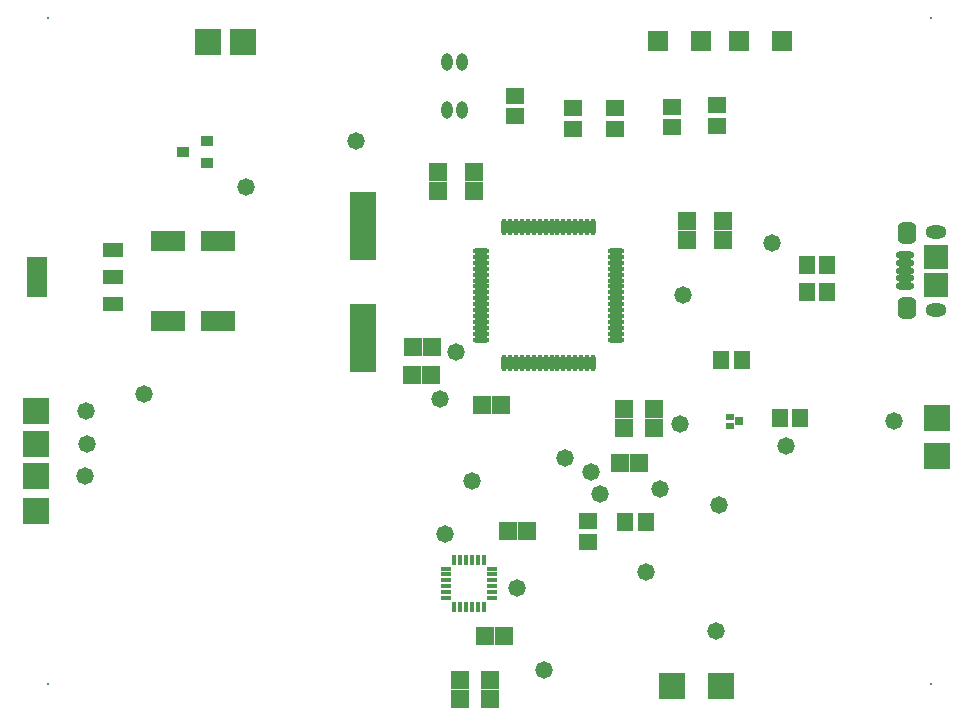
<source format=gts>
G04*
G04 #@! TF.GenerationSoftware,Altium Limited,Altium Designer,22.0.2 (36)*
G04*
G04 Layer_Color=8388736*
%FSLAX25Y25*%
%MOIN*%
G70*
G04*
G04 #@! TF.SameCoordinates,5FA20498-FCA4-4C69-A915-C1027814B975*
G04*
G04*
G04 #@! TF.FilePolarity,Negative*
G04*
G01*
G75*
%ADD37R,0.09068X0.22847*%
%ADD38R,0.06312X0.05918*%
%ADD39O,0.01981X0.05524*%
%ADD40O,0.05524X0.01981*%
%ADD41R,0.06115X0.05328*%
%ADD42R,0.05328X0.06115*%
%ADD43R,0.05918X0.06312*%
%ADD44R,0.03740X0.01772*%
%ADD45R,0.01772X0.03740*%
%ADD46R,0.11824X0.07099*%
%ADD47R,0.06706X0.07099*%
%ADD48O,0.06115X0.02375*%
%ADD49R,0.02769X0.02650*%
%ADD50R,0.08674X0.08674*%
%ADD51R,0.06693X0.13386*%
%ADD52R,0.06693X0.05118*%
%ADD53R,0.08674X0.08674*%
%ADD54R,0.07887X0.08280*%
G04:AMPARAMS|DCode=55|XSize=70.99mil|YSize=63.12mil|CornerRadius=17.78mil|HoleSize=0mil|Usage=FLASHONLY|Rotation=270.000|XOffset=0mil|YOffset=0mil|HoleType=Round|Shape=RoundedRectangle|*
%AMROUNDEDRECTD55*
21,1,0.07099,0.02756,0,0,270.0*
21,1,0.03543,0.06312,0,0,270.0*
1,1,0.03556,-0.01378,-0.01772*
1,1,0.03556,-0.01378,0.01772*
1,1,0.03556,0.01378,0.01772*
1,1,0.03556,0.01378,-0.01772*
%
%ADD55ROUNDEDRECTD55*%
%ADD56R,0.02769X0.02257*%
%ADD57R,0.04343X0.03556*%
%ADD58O,0.03792X0.05800*%
%ADD59C,0.00800*%
%ADD60O,0.07099X0.04343*%
%ADD61C,0.05800*%
D37*
X114800Y126899D02*
D03*
Y164301D02*
D03*
D38*
X140100Y176000D02*
D03*
Y182299D02*
D03*
X152100Y176000D02*
D03*
Y182299D02*
D03*
X201800Y103100D02*
D03*
Y96801D02*
D03*
X157300Y12899D02*
D03*
Y6600D02*
D03*
X147300Y12899D02*
D03*
Y6600D02*
D03*
X234800Y165750D02*
D03*
X222800D02*
D03*
X211800Y96801D02*
D03*
X222800Y159450D02*
D03*
X211800Y103100D02*
D03*
X234800Y159450D02*
D03*
D39*
X162036Y163738D02*
D03*
X165973D02*
D03*
X167942D02*
D03*
X169910D02*
D03*
X171879D02*
D03*
X173847D02*
D03*
X175816D02*
D03*
X177784D02*
D03*
X179753D02*
D03*
X181721D02*
D03*
X183690D02*
D03*
X185658D02*
D03*
X187627D02*
D03*
X189595D02*
D03*
X191564D02*
D03*
Y118462D02*
D03*
X187627D02*
D03*
X185658D02*
D03*
X183690D02*
D03*
X181721D02*
D03*
X179753D02*
D03*
X177784D02*
D03*
X175816D02*
D03*
X173847D02*
D03*
X171879D02*
D03*
X169910D02*
D03*
X167942D02*
D03*
X165973D02*
D03*
X162036D02*
D03*
X164005D02*
D03*
X189595D02*
D03*
X164005Y163738D02*
D03*
D40*
X199438Y155864D02*
D03*
Y151927D02*
D03*
Y149958D02*
D03*
Y147990D02*
D03*
Y146021D02*
D03*
Y144053D02*
D03*
Y142084D02*
D03*
Y140116D02*
D03*
Y138147D02*
D03*
Y136179D02*
D03*
Y134210D02*
D03*
Y132242D02*
D03*
Y130273D02*
D03*
Y128305D02*
D03*
Y126336D02*
D03*
X154162D02*
D03*
Y128305D02*
D03*
Y130273D02*
D03*
Y132242D02*
D03*
Y136179D02*
D03*
Y138147D02*
D03*
Y140116D02*
D03*
Y142084D02*
D03*
Y144053D02*
D03*
Y146021D02*
D03*
Y147990D02*
D03*
Y149958D02*
D03*
Y151927D02*
D03*
Y153895D02*
D03*
Y155864D02*
D03*
Y134210D02*
D03*
X199438Y153895D02*
D03*
D41*
X217875Y197155D02*
D03*
Y204045D02*
D03*
X189800Y65895D02*
D03*
Y59005D02*
D03*
X165700Y207690D02*
D03*
Y200800D02*
D03*
X198800Y203545D02*
D03*
Y196655D02*
D03*
X184800Y203545D02*
D03*
Y196655D02*
D03*
X232875Y204490D02*
D03*
Y197600D02*
D03*
D42*
X262800Y151100D02*
D03*
X269690D02*
D03*
Y142100D02*
D03*
X262800D02*
D03*
X209245Y65600D02*
D03*
X202355D02*
D03*
X234410Y119600D02*
D03*
X241300D02*
D03*
X260690Y100100D02*
D03*
X253800D02*
D03*
D43*
X200650Y85100D02*
D03*
X206950D02*
D03*
X155650Y27600D02*
D03*
X161950D02*
D03*
X160800Y104600D02*
D03*
X154501D02*
D03*
X137650Y114500D02*
D03*
X131350D02*
D03*
X131500Y124000D02*
D03*
X169599Y62600D02*
D03*
X137799Y124000D02*
D03*
X163300Y62600D02*
D03*
D44*
X142524Y48053D02*
D03*
Y46084D02*
D03*
Y44116D02*
D03*
Y42147D02*
D03*
Y40179D02*
D03*
X158076Y48053D02*
D03*
Y46084D02*
D03*
Y44116D02*
D03*
Y42147D02*
D03*
Y40179D02*
D03*
X142524Y50021D02*
D03*
X158076D02*
D03*
D45*
X145379Y37324D02*
D03*
X147347D02*
D03*
X149316D02*
D03*
X151284D02*
D03*
X155221D02*
D03*
Y52876D02*
D03*
X153253D02*
D03*
X151284D02*
D03*
X149316D02*
D03*
X147347D02*
D03*
X145379D02*
D03*
X153253Y37324D02*
D03*
D46*
X49800Y159100D02*
D03*
X66729D02*
D03*
X49800Y132600D02*
D03*
X66729D02*
D03*
D47*
X254587Y225800D02*
D03*
X227587D02*
D03*
X213413D02*
D03*
X240413D02*
D03*
D48*
X295475Y154443D02*
D03*
Y151883D02*
D03*
Y144206D02*
D03*
Y146765D02*
D03*
Y149324D02*
D03*
D49*
X240375Y99100D02*
D03*
D50*
X75000Y225400D02*
D03*
X234300Y11000D02*
D03*
X218000D02*
D03*
X6000Y69200D02*
D03*
Y80800D02*
D03*
Y91600D02*
D03*
Y102500D02*
D03*
X63200Y225400D02*
D03*
D51*
X6302Y147300D02*
D03*
D52*
X31498Y138245D02*
D03*
Y147300D02*
D03*
Y156355D02*
D03*
D53*
X306200Y100200D02*
D03*
Y87500D02*
D03*
D54*
X306006Y144600D02*
D03*
Y154049D02*
D03*
D55*
X296361Y136726D02*
D03*
Y161923D02*
D03*
D56*
X237225Y100675D02*
D03*
Y97525D02*
D03*
D57*
X62800Y185200D02*
D03*
Y192680D02*
D03*
X54926Y188940D02*
D03*
D58*
X147900Y218971D02*
D03*
X142900D02*
D03*
X147900Y202829D02*
D03*
X142900D02*
D03*
D59*
X304300Y11500D02*
D03*
X10100D02*
D03*
Y233400D02*
D03*
X304300D02*
D03*
D60*
X306006Y136332D02*
D03*
Y162317D02*
D03*
D61*
X221600Y141100D02*
D03*
X112500Y192500D02*
D03*
X291956Y99287D02*
D03*
X255800Y90800D02*
D03*
X209400Y48900D02*
D03*
X194000Y74900D02*
D03*
X232700Y29100D02*
D03*
X233500Y71200D02*
D03*
X220500Y98300D02*
D03*
X41800Y108200D02*
D03*
X145900Y122100D02*
D03*
X140500Y106500D02*
D03*
X22200Y81000D02*
D03*
X190800Y82200D02*
D03*
X182400Y87000D02*
D03*
X22900Y91400D02*
D03*
X22600Y102400D02*
D03*
X75800Y177100D02*
D03*
X213800Y76600D02*
D03*
X251300Y158600D02*
D03*
X175300Y16100D02*
D03*
X166300Y43600D02*
D03*
X142300Y61600D02*
D03*
X151300Y79100D02*
D03*
M02*

</source>
